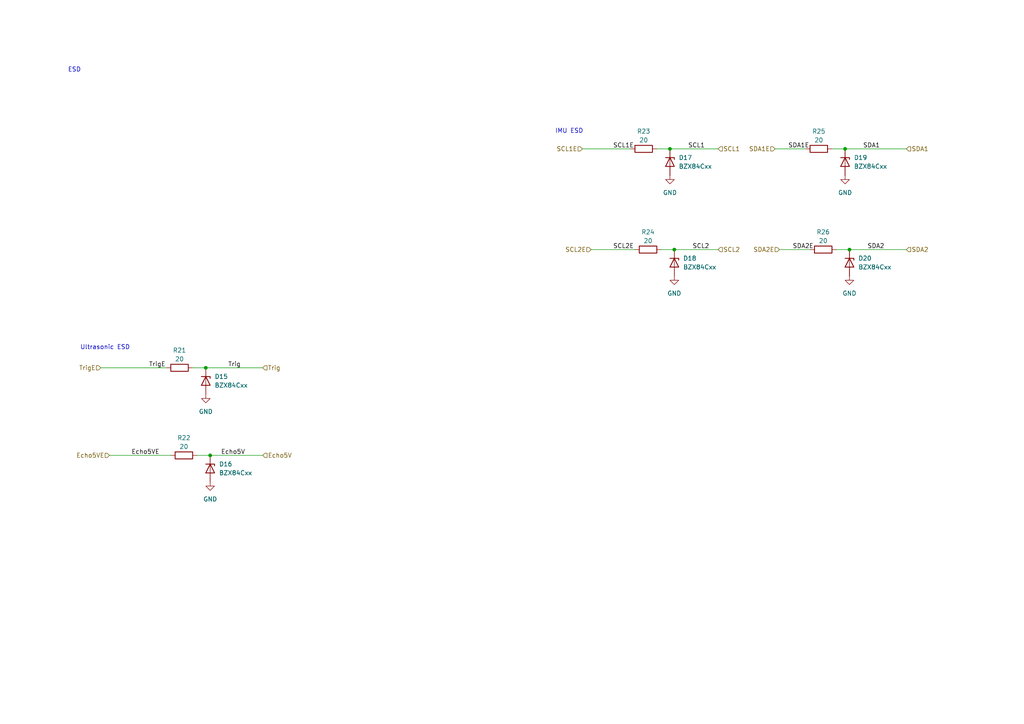
<source format=kicad_sch>
(kicad_sch (version 20231120) (generator "eeschema") (generator_version "8.0")
  (paper "A4")
  (lib_symbols
    (symbol "Device:R" (pin_numbers hide) (pin_names (offset 0))
      (property "Reference" "R" (at 2.032 0 90))
      (property "Value" "R" (at 0 0 90))
      (symbol "R_0_1"
        (rectangle (start -1.016 -2.54) (end 1.016 2.54) (stroke (width 0.254)))
      )
      (symbol "R_1_1"
        (pin passive line (at 0 3.81 270) (length 1.27) (name "~") (number "1"))
        (pin passive line (at 0 -3.81 90) (length 1.27) (name "~") (number "2"))
      )
    )
    (symbol "Diode:BZX84Cxx" (pin_numbers hide) (pin_names hide)
      (property "Reference" "D" (at 0 3.81 0))
      (property "Value" "BZX84Cxx" (at 0 -3.81 0))
      (symbol "BZX84Cxx_0_1"
        (polyline (pts (xy 1.27 0) (xy -1.27 0)))
        (polyline (pts (xy -1.27 -1.27) (xy -1.27 1.27) (xy -0.762 1.27)) (stroke (width 0.254)))
        (polyline (pts (xy 1.27 -1.27) (xy 1.27 1.27) (xy -1.27 0) (xy 1.27 -1.27)) (stroke (width 0.254)))
      )
      (symbol "BZX84Cxx_1_1"
        (pin passive line (at 3.81 0 180) (length 2.54) (name "A") (number "1"))
        (pin no_connect line (at 1.27 0 180) (length 2.54) hide (name "NC") (number "2"))
        (pin passive line (at -3.81 0 0) (length 2.54) (name "K") (number "3"))
      )
    )
    (symbol "power:GND" (power) (pin_numbers hide) (pin_names (offset 0) hide)
      (property "Value" "GND" (at 0 -3.81 0))
      (symbol "GND_0_1"
        (polyline (pts (xy 0 0) (xy 0 -1.27) (xy 1.27 -1.27) (xy 0 -2.54) (xy -1.27 -1.27) (xy 0 -1.27)))
      )
      (symbol "GND_1_1"
        (pin power_in line (at 0 0 270) (length 0) (name "~") (number "1"))
      )
    )
  )
  (junction (at 194.31 43.18))
  (junction (at 246.38 72.39))
  (junction (at 60.96 132.08))
  (junction (at 59.69 106.68))
  (junction (at 245.11 43.18))
  (junction (at 195.58 72.39))
  (wire (pts (xy 246.38 72.39) (xy 262.89 72.39)))
  (wire (pts (xy 60.96 132.08) (xy 76.2 132.08)))
  (wire (pts (xy 226.06 72.39) (xy 234.95 72.39)))
  (wire (pts (xy 242.57 72.39) (xy 246.38 72.39)))
  (wire (pts (xy 59.69 106.68) (xy 76.2 106.68)))
  (wire (pts (xy 191.77 72.39) (xy 195.58 72.39)))
  (wire (pts (xy 195.58 72.39) (xy 208.28 72.39)))
  (wire (pts (xy 31.75 132.08) (xy 49.53 132.08)))
  (wire (pts (xy 168.91 43.18) (xy 182.88 43.18)))
  (wire (pts (xy 190.5 43.18) (xy 194.31 43.18)))
  (wire (pts (xy 224.79 43.18) (xy 233.68 43.18)))
  (wire (pts (xy 29.21 106.68) (xy 48.26 106.68)))
  (wire (pts (xy 245.11 43.18) (xy 262.89 43.18)))
  (wire (pts (xy 194.31 43.18) (xy 208.28 43.18)))
  (wire (pts (xy 171.45 72.39) (xy 184.15 72.39)))
  (wire (pts (xy 241.3 43.18) (xy 245.11 43.18)))
  (wire (pts (xy 55.88 106.68) (xy 59.69 106.68)))
  (wire (pts (xy 57.15 132.08) (xy 60.96 132.08)))
  (text "IMU ESD\n" (at 165.1 38.1 0) (effects (font (size 1.27 1.27))))
  (text "ESD" (at 21.59 20.32 0) (effects (font (size 1.27 1.27))))
  (text "Ultrasonic ESD\n" (at 30.48 100.838 0) (effects (font (size 1.27 1.27))))
  (label "SDA1" (at 255.27 43.18 180))
  (label "SDA2E" (at 229.87 72.39 0))
  (label "Echo5VE" (at 38.1 132.08 0))
  (label "SDA1E" (at 228.6 43.18 0))
  (label "SCL1" (at 204.47 43.18 180))
  (label "SCL2E" (at 177.8 72.39 0))
  (label "Trig" (at 69.85 106.68 180))
  (label "SDA2" (at 256.54 72.39 180))
  (label "SCL1E" (at 177.8 43.18 0))
  (label "SCL2" (at 205.74 72.39 180))
  (label "TrigE" (at 43.18 106.68 0))
  (label "Echo5V" (at 71.12 132.08 180))
  (hierarchical_label "SCL2" (shape input) (at 208.28 72.39 0))
  (hierarchical_label "SDA1E" (shape input) (at 224.79 43.18 180))
  (hierarchical_label "SCL1" (shape input) (at 208.28 43.18 0))
  (hierarchical_label "Echo5VE" (shape input) (at 31.75 132.08 180))
  (hierarchical_label "SDA2" (shape input) (at 262.89 72.39 0))
  (hierarchical_label "SDA2E" (shape input) (at 226.06 72.39 180))
  (hierarchical_label "TrigE" (shape input) (at 29.21 106.68 180))
  (hierarchical_label "SDA1" (shape input) (at 262.89 43.18 0))
  (hierarchical_label "SCL1E" (shape input) (at 168.91 43.18 180))
  (hierarchical_label "Echo5V" (shape input) (at 76.2 132.08 0))
  (hierarchical_label "SCL2E" (shape input) (at 171.45 72.39 180))
  (hierarchical_label "Trig" (shape input) (at 76.2 106.68 0))
  (symbol (lib_id "power:GND") (at 194.31 50.8 0) (unit 1)
    (property "Reference" "#PWR057" (effects (hide yes)))
    (property "Value" "GND" (at 194.31 55.88 0))
    (property "Description" "Power symbol creates a global label with name \"GND\" , ground" (effects (hide yes)))
  )
  (symbol (lib_id "power:GND") (at 245.11 50.8 0) (unit 1)
    (property "Reference" "#PWR059" (effects (hide yes)))
    (property "Value" "GND" (at 245.11 55.88 0))
    (property "Description" "Power symbol creates a global label with name \"GND\" , ground" (effects (hide yes)))
  )
  (symbol (lib_id "Device:R") (at 53.34 132.08 90) (unit 1)
    (property "Reference" "R22" (at 53.34 127 90))
    (property "Value" "20" (at 53.34 129.54 90))
    (property "Footprint" "Resistor_SMD:R_0805_2012Metric_Pad1.20x1.40mm_HandSolder" (effects (hide yes)))
    (property "Description" "Resistor" (effects (hide yes)))
  )
  (symbol (lib_id "Diode:BZX84Cxx") (at 195.58 76.2 270) (unit 1)
    (property "Reference" "D18" (at 198.12 74.9299 90) (effects (justify left)))
    (property "Value" "BZX84Cxx" (at 198.12 77.4699 90) (effects (justify left)))
    (property "Footprint" "Package_TO_SOT_SMD:SOT-23" (effects (hide yes)))
    (property "Datasheet" "https://diotec.com/tl_files/diotec/files/pdf/datasheets/bzx84c2v4.pdf" (effects (hide yes)))
    (property "Description" "300mW Zener Diode, SOT-23" (effects (hide yes)))
  )
  (symbol (lib_id "Diode:BZX84Cxx") (at 59.69 110.49 270) (unit 1)
    (property "Reference" "D15" (at 62.23 109.2199 90) (effects (justify left)))
    (property "Value" "BZX84Cxx" (at 62.23 111.7599 90) (effects (justify left)))
    (property "Footprint" "Package_TO_SOT_SMD:SOT-23" (effects (hide yes)))
    (property "Datasheet" "https://diotec.com/tl_files/diotec/files/pdf/datasheets/bzx84c2v4.pdf" (effects (hide yes)))
    (property "Description" "300mW Zener Diode, SOT-23" (effects (hide yes)))
  )
  (symbol (lib_id "Diode:BZX84Cxx") (at 60.96 135.89 270) (unit 1)
    (property "Reference" "D16" (at 63.5 134.62 90) (effects (justify left)))
    (property "Value" "BZX84Cxx" (at 63.5 137.16 90) (effects (justify left)))
    (property "Footprint" "Package_TO_SOT_SMD:SOT-23" (effects (hide yes)))
    (property "Datasheet" "https://diotec.com/tl_files/diotec/files/pdf/datasheets/bzx84c2v4.pdf" (effects (hide yes)))
    (property "Description" "300mW Zener Diode, SOT-23" (effects (hide yes)))
  )
  (symbol (lib_id "Device:R") (at 238.76 72.39 90) (unit 1)
    (property "Reference" "R26" (at 238.76 67.31 90))
    (property "Value" "20" (at 238.76 69.85 90))
    (property "Footprint" "Resistor_SMD:R_0805_2012Metric_Pad1.20x1.40mm_HandSolder" (effects (hide yes)))
    (property "Description" "Resistor" (effects (hide yes)))
  )
  (symbol (lib_id "power:GND") (at 246.38 80.01 0) (unit 1)
    (property "Reference" "#PWR060" (effects (hide yes)))
    (property "Value" "GND" (at 246.38 85.09 0))
    (property "Description" "Power symbol creates a global label with name \"GND\" , ground" (effects (hide yes)))
  )
  (symbol (lib_id "Device:R") (at 237.49 43.18 90) (unit 1)
    (property "Reference" "R25" (at 237.49 38.1 90))
    (property "Value" "20" (at 237.49 40.64 90))
    (property "Footprint" "Resistor_SMD:R_0805_2012Metric_Pad1.20x1.40mm_HandSolder" (effects (hide yes)))
    (property "Description" "Resistor" (effects (hide yes)))
  )
  (symbol (lib_id "Diode:BZX84Cxx") (at 245.11 46.99 270) (unit 1)
    (property "Reference" "D19" (at 247.65 45.7199 90) (effects (justify left)))
    (property "Value" "BZX84Cxx" (at 247.65 48.2599 90) (effects (justify left)))
    (property "Footprint" "Package_TO_SOT_SMD:SOT-23" (effects (hide yes)))
    (property "Datasheet" "https://diotec.com/tl_files/diotec/files/pdf/datasheets/bzx84c2v4.pdf" (effects (hide yes)))
    (property "Description" "300mW Zener Diode, SOT-23" (effects (hide yes)))
  )
  (symbol (lib_id "power:GND") (at 59.69 114.3 0) (unit 1)
    (property "Reference" "#PWR055" (effects (hide yes)))
    (property "Value" "GND" (at 59.69 119.38 0))
    (property "Description" "Power symbol creates a global label with name \"GND\" , ground" (effects (hide yes)))
  )
  (symbol (lib_id "Diode:BZX84Cxx") (at 246.38 76.2 270) (unit 1)
    (property "Reference" "D20" (at 248.92 74.9299 90) (effects (justify left)))
    (property "Value" "BZX84Cxx" (at 248.92 77.4699 90) (effects (justify left)))
    (property "Footprint" "Package_TO_SOT_SMD:SOT-23" (effects (hide yes)))
    (property "Datasheet" "https://diotec.com/tl_files/diotec/files/pdf/datasheets/bzx84c2v4.pdf" (effects (hide yes)))
    (property "Description" "300mW Zener Diode, SOT-23" (effects (hide yes)))
  )
  (symbol (lib_id "power:GND") (at 60.96 139.7 0) (unit 1)
    (property "Reference" "#PWR056" (effects (hide yes)))
    (property "Value" "GND" (at 60.96 144.78 0))
    (property "Description" "Power symbol creates a global label with name \"GND\" , ground" (effects (hide yes)))
  )
  (symbol (lib_id "power:GND") (at 195.58 80.01 0) (unit 1)
    (property "Reference" "#PWR058" (effects (hide yes)))
    (property "Value" "GND" (at 195.58 85.09 0))
    (property "Description" "Power symbol creates a global label with name \"GND\" , ground" (effects (hide yes)))
  )
  (symbol (lib_id "Device:R") (at 186.69 43.18 90) (unit 1)
    (property "Reference" "R23" (at 186.69 38.1 90))
    (property "Value" "20" (at 186.69 40.64 90))
    (property "Footprint" "Resistor_SMD:R_0805_2012Metric_Pad1.20x1.40mm_HandSolder" (effects (hide yes)))
    (property "Description" "Resistor" (effects (hide yes)))
  )
  (symbol (lib_id "Diode:BZX84Cxx") (at 194.31 46.99 270) (unit 1)
    (property "Reference" "D17" (at 196.85 45.7199 90) (effects (justify left)))
    (property "Value" "BZX84Cxx" (at 196.85 48.2599 90) (effects (justify left)))
    (property "Footprint" "Package_TO_SOT_SMD:SOT-23" (effects (hide yes)))
    (property "Datasheet" "https://diotec.com/tl_files/diotec/files/pdf/datasheets/bzx84c2v4.pdf" (effects (hide yes)))
    (property "Description" "300mW Zener Diode, SOT-23" (effects (hide yes)))
  )
  (symbol (lib_id "Device:R") (at 187.96 72.39 90) (unit 1)
    (property "Reference" "R24" (at 187.96 67.31 90))
    (property "Value" "20" (at 187.96 69.85 90))
    (property "Footprint" "Resistor_SMD:R_0805_2012Metric_Pad1.20x1.40mm_HandSolder" (effects (hide yes)))
    (property "Description" "Resistor" (effects (hide yes)))
  )
  (symbol (lib_id "Device:R") (at 52.07 106.68 90) (unit 1)
    (property "Reference" "R21" (at 52.07 101.6 90))
    (property "Value" "20" (at 52.07 104.14 90))
    (property "Footprint" "Resistor_SMD:R_0805_2012Metric_Pad1.20x1.40mm_HandSolder" (effects (hide yes)))
    (property "Description" "Resistor" (effects (hide yes)))
  )
)
</source>
